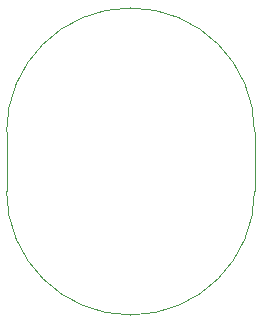
<source format=gm1>
%TF.GenerationSoftware,KiCad,Pcbnew,5.1.7-a382d34a8~87~ubuntu20.04.1*%
%TF.CreationDate,2020-10-26T14:53:32+05:00*%
%TF.ProjectId,OneRing,4f6e6552-696e-4672-9e6b-696361645f70,rev?*%
%TF.SameCoordinates,Original*%
%TF.FileFunction,Profile,NP*%
%FSLAX46Y46*%
G04 Gerber Fmt 4.6, Leading zero omitted, Abs format (unit mm)*
G04 Created by KiCad (PCBNEW 5.1.7-a382d34a8~87~ubuntu20.04.1) date 2020-10-26 14:53:32*
%MOMM*%
%LPD*%
G01*
G04 APERTURE LIST*
%TA.AperFunction,Profile*%
%ADD10C,0.050000*%
%TD*%
G04 APERTURE END LIST*
D10*
X175500000Y-100000000D02*
X175500000Y-105000000D01*
X154500000Y-100000000D02*
X154500000Y-105000000D01*
X175500000Y-105000000D02*
G75*
G02*
X154500000Y-105000000I-10500000J0D01*
G01*
X154500000Y-100000000D02*
G75*
G02*
X175500000Y-100000000I10500000J0D01*
G01*
M02*

</source>
